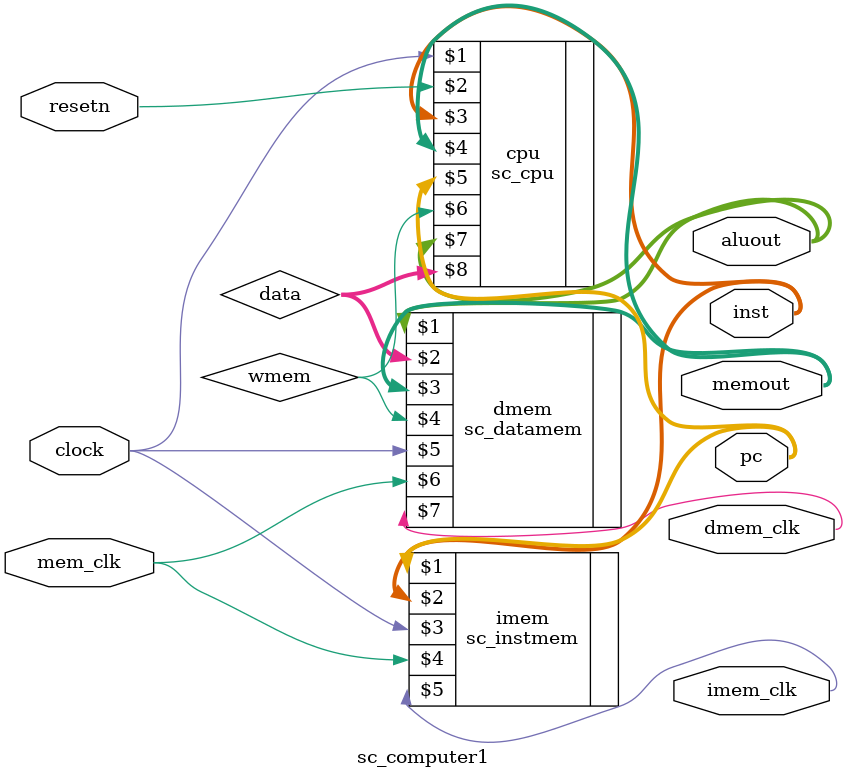
<source format=v>

module sc_computer1 (resetn,clock,mem_clk,pc,inst,aluout,memout,imem_clk,dmem_clk);
   
   input resetn,clock,mem_clk;
   output [31:0] pc,inst,aluout,memout;
   output        imem_clk,dmem_clk;
   wire   [31:0] data;
   wire          wmem; // all these "wire"s are used to connect or interface the cpu,dmem,imem and so on.
   
   sc_cpu cpu (clock,resetn,inst,memout,pc,wmem,aluout,data);          // CPU module.
   sc_instmem  imem (pc,inst,clock,mem_clk,imem_clk);                  // instruction memory.
   sc_datamem  dmem (aluout,data,memout,wmem,clock,mem_clk,dmem_clk ); // data memory.

endmodule




</source>
